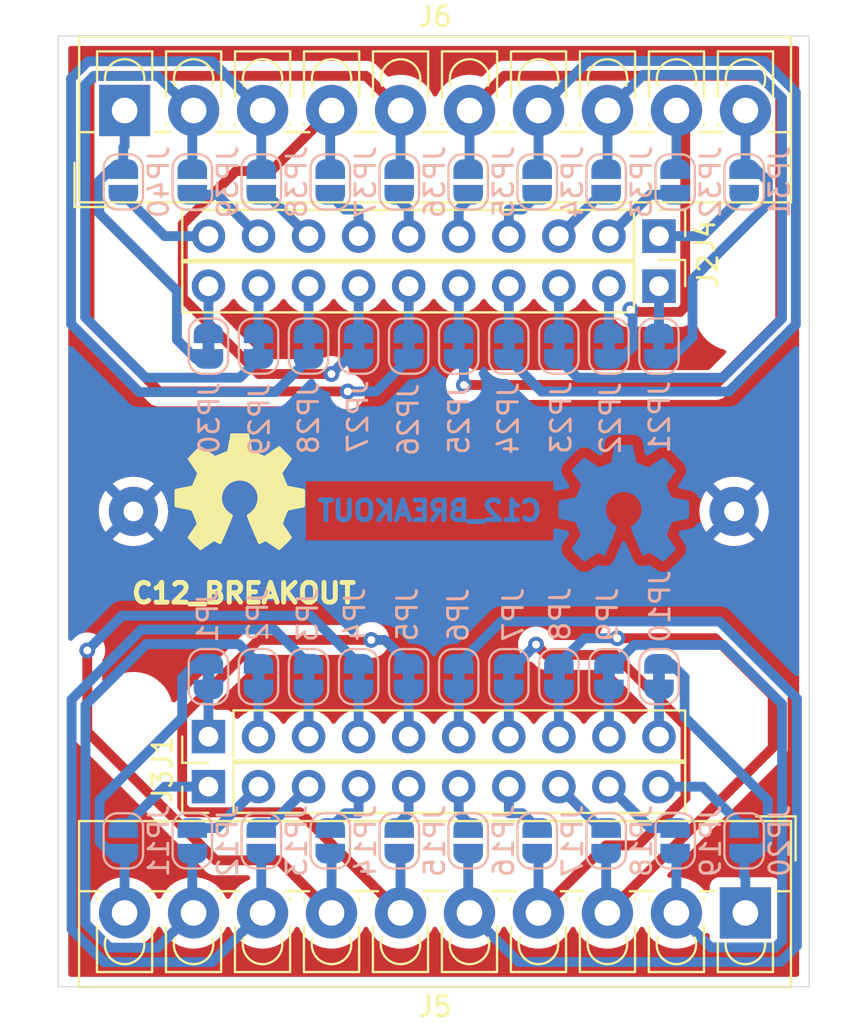
<source format=kicad_pcb>
(kicad_pcb (version 20211014) (generator pcbnew)
  (title_block (title "C12 Brekout") (company "Galopago"))
  (layers (0 "F.Cu" signal) (31 "B.Cu" signal) (34 "B.Paste" user) (35 "F.Paste" user) (36 "B.SilkS" user "B.Silkscreen") (37 "F.SilkS" user "F.Silkscreen") (38 "B.Mask" user) (39 "F.Mask" user) (44 "Edge.Cuts" user))
  (net 0 "")
  (net 1 "Net-(J4-Pad8)")
  (net 2 "Net-(J4-Pad7)")
  (net 3 "Net-(J4-Pad6)")
  (net 4 "Net-(J4-Pad5)")
  (net 5 "Net-(J4-Pad4)")
  (net 6 "Net-(J4-Pad3)")
  (net 7 "Net-(J4-Pad2)")
  (net 8 "Net-(J4-Pad1)")
  (net 9 "Net-(JP10-Pad1)")
  (net 10 "Net-(JP19-Pad1)")
  (net 11 "Net-(JP18-Pad1)")
  (net 12 "Net-(JP17-Pad1)")
  (net 13 "Net-(JP16-Pad1)")
  (net 14 "Net-(JP15-Pad1)")
  (net 15 "Net-(JP14-Pad1)")
  (net 16 "Net-(JP13-Pad1)")
  (net 17 "Net-(JP12-Pad1)")
  (net 18 "Net-(JP1-Pad1)")
  (net 19 "Net-(J4-Pad10)")
  (net 20 "Net-(J4-Pad9)")
  (net 21 "Net-(JP30-Pad2)")
  (net 22 "Net-(JP29-Pad2)")
  (net 23 "Net-(JP28-Pad2)")
  (net 24 "Net-(JP27-Pad2)")
  (net 25 "Net-(JP26-Pad2)")
  (net 26 "Net-(JP25-Pad2)")
  (net 27 "Net-(JP24-Pad2)")
  (net 28 "Net-(JP23-Pad2)")
  (net 29 "Net-(JP22-Pad2)")
  (net 30 "Net-(JP21-Pad2)")
  (net 31 "Net-(J2-Pad10)")
  (net 32 "Net-(J2-Pad9)")
  (net 33 "Net-(J2-Pad8)")
  (net 34 "Net-(J2-Pad7)")
  (net 35 "Net-(J2-Pad6)")
  (net 36 "Net-(J2-Pad5)")
  (net 37 "Net-(J2-Pad4)")
  (net 38 "Net-(J2-Pad3)")
  (net 39 "Net-(J2-Pad2)")
  (net 40 "Net-(J2-Pad1)")
  (net 41 "Net-(J1-Pad10)")
  (net 42 "Net-(J1-Pad9)")
  (net 43 "Net-(J1-Pad8)")
  (net 44 "Net-(J1-Pad7)")
  (net 45 "Net-(J1-Pad6)")
  (net 46 "Net-(J1-Pad5)")
  (net 47 "Net-(J1-Pad4)")
  (net 48 "Net-(J1-Pad3)")
  (net 49 "Net-(J1-Pad2)")
  (net 50 "Net-(J1-Pad1)")
  (net 51 "Net-(J10-Pad1)")
  (net 52 "Net-(J3-Pad10)")
  (net 53 "Net-(J3-Pad9)")
  (net 54 "Net-(J3-Pad8)")
  (net 55 "Net-(J3-Pad7)")
  (net 56 "Net-(J3-Pad6)")
  (net 57 "Net-(J3-Pad5)")
  (net 58 "Net-(J3-Pad4)")
  (net 59 "Net-(J3-Pad3)")
  (net 60 "Net-(J3-Pad2)")
  (net 61 "Net-(J3-Pad1)")
  (footprint "MountingHole:MountingHole_3mm" (layer "F.Cu") (at 23.81 33.97)
    (fp_text reference "HB0" hide)
    (fp_text value "MountingHole")
  )
  (footprint "MountingHole:MountingHole_3mm" (layer "F.Cu") (at 54.29 33.97)
    (fp_text reference "HB3" hide)
    (fp_text value "MountingHole")
  )
  (footprint "MountingHole:MountingHole_3mm" (layer "F.Cu") (at 23.81 54.29)
    (fp_text reference "HD0" hide)
    (fp_text value "MountingHole")
  )
  (footprint "MountingHole:MountingHole_3mm" (layer "F.Cu") (at 54.29 54.29)
    (fp_text reference "HD3" hide)
    (fp_text value "MountingHole")
  )
  (footprint "Connector_Wire:SolderWirePad_1x01_Drill1mm" (layer "F.Cu") (at 23.81 44.13)
    (fp_text reference "J10" hide)
    (fp_text value "Conn_01x01_Male")
  )
  (footprint "Connector_Wire:SolderWirePad_1x01_Drill1mm" (layer "F.Cu") (at 54.29 44.13)
    (fp_text reference "J11" hide)
    (fp_text value "Conn_01x01_Male")
  )
  (footprint "Symbol:OSHW-Symbol_6.7x6mm_SilkScreen" (layer "F.Cu") (at 29.19984 43.14952)
    (fp_text reference "REFS1**" hide)
    (fp_text value "OSHW-Symbol_6.7x6mm_SilkScreen" hide)
  )
  (footprint "Connector_PinHeader_2.54mm:PinHeader_1x10_P2.54mm_Vertical" (layer "F.Cu") (at 50.48 32.7 -90)
    (fp_text reference "J2")
    (fp_text value "Conn_01x10_Female")
  )
  (footprint "Connector_PinHeader_2.54mm:PinHeader_1x10_P2.54mm_Vertical" (layer "F.Cu") (at 27.62 55.56 90)
    (fp_text reference "J1")
    (fp_text value "Conn_01x10_Female")
  )
  (footprint "Connector_PinHeader_2.54mm:PinHeader_1x10_P2.54mm_Vertical" (layer "F.Cu") (at 27.62 58.1 90)
    (fp_text reference "J3")
    (fp_text value "Conn_01x10_Female")
  )
  (footprint "Connector_PinHeader_2.54mm:PinHeader_1x10_P2.54mm_Vertical" (layer "F.Cu") (at 50.48 30.16 -90)
    (fp_text reference "J4")
    (fp_text value "Conn_01x10_Female")
  )
  (footprint "TerminalBlock_4Ucon:TerminalBlock_4Ucon_1x10_P3.50mm_Vertical" (layer "F.Cu") (at 54.864 64.508 180)
    (fp_text reference "J5")
    (fp_text value "Conn_01x10_Female")
  )
  (footprint "TerminalBlock_4Ucon:TerminalBlock_4Ucon_1x10_P3.50mm_Vertical" (layer "F.Cu") (at 23.368 23.784)
    (fp_text reference "J6")
    (fp_text value "Conn_01x10_Female")
  )
  (footprint "Symbol:OSHW-Symbol_6.7x6mm_Copper" (layer "B.Cu") (at 48.70196 43.73372 180)
    (fp_text reference "REFS0**" hide)
    (fp_text value "OSHW-Symbol_6.7x6mm_Copper" hide)
  )
  (footprint "Jumper:SolderJumper-2_P1.3mm_Bridged_RoundedPad1.0x1.5mm" (layer "B.Cu") (at 27.62 52.517 -90)
    (fp_text reference "JP1")
    (fp_text value "SolderJumper_2_Bridged")
  )
  (footprint "Jumper:SolderJumper-2_P1.3mm_Bridged_RoundedPad1.0x1.5mm" (layer "B.Cu") (at 30.16 52.517 -90)
    (fp_text reference "JP2")
    (fp_text value "SolderJumper_2_Bridged")
  )
  (footprint "Jumper:SolderJumper-2_P1.3mm_Bridged_RoundedPad1.0x1.5mm" (layer "B.Cu") (at 32.7 52.517 -90)
    (fp_text reference "JP3")
    (fp_text value "SolderJumper_2_Bridged")
  )
  (footprint "Jumper:SolderJumper-2_P1.3mm_Bridged_RoundedPad1.0x1.5mm" (layer "B.Cu") (at 35.24 52.517 -90)
    (fp_text reference "JP4")
    (fp_text value "SolderJumper_2_Bridged")
  )
  (footprint "Jumper:SolderJumper-2_P1.3mm_Bridged_RoundedPad1.0x1.5mm" (layer "B.Cu") (at 37.78 52.517 -90)
    (fp_text reference "JP5")
    (fp_text value "SolderJumper_2_Bridged")
  )
  (footprint "Jumper:SolderJumper-2_P1.3mm_Bridged_RoundedPad1.0x1.5mm" (layer "B.Cu") (at 40.32 52.517 -90)
    (fp_text reference "JP6")
    (fp_text value "SolderJumper_2_Bridged")
  )
  (footprint "Jumper:SolderJumper-2_P1.3mm_Bridged_RoundedPad1.0x1.5mm" (layer "B.Cu") (at 42.86 52.517 -90)
    (fp_text reference "JP7")
    (fp_text value "SolderJumper_2_Bridged")
  )
  (footprint "Jumper:SolderJumper-2_P1.3mm_Bridged_RoundedPad1.0x1.5mm" (layer "B.Cu") (at 45.4 52.517 -90)
    (fp_text reference "JP8")
    (fp_text value "SolderJumper_2_Bridged")
  )
  (footprint "Jumper:SolderJumper-2_P1.3mm_Bridged_RoundedPad1.0x1.5mm" (layer "B.Cu") (at 47.94 52.517 -90)
    (fp_text reference "JP9")
    (fp_text value "SolderJumper_2_Bridged")
  )
  (footprint "Jumper:SolderJumper-2_P1.3mm_Bridged_RoundedPad1.0x1.5mm" (layer "B.Cu") (at 50.48 52.517 -90)
    (fp_text reference "JP10")
    (fp_text value "SolderJumper_2_Bridged")
  )
  (footprint "Jumper:SolderJumper-2_P1.3mm_Open_RoundedPad1.0x1.5mm" (layer "B.Cu") (at 23.3 60.85 90)
    (fp_text reference "JP11")
    (fp_text value "SolderJumper_2_Open")
  )
  (footprint "Jumper:SolderJumper-2_P1.3mm_Open_RoundedPad1.0x1.5mm" (layer "B.Cu") (at 26.8 60.85 90)
    (fp_text reference "JP12")
    (fp_text value "SolderJumper_2_Open")
  )
  (footprint "Jumper:SolderJumper-2_P1.3mm_Open_RoundedPad1.0x1.5mm" (layer "B.Cu") (at 30.3 60.85 90)
    (fp_text reference "JP13")
    (fp_text value "SolderJumper_2_Open")
  )
  (footprint "Jumper:SolderJumper-2_P1.3mm_Open_RoundedPad1.0x1.5mm" (layer "B.Cu") (at 33.8 60.85 90)
    (fp_text reference "JP14")
    (fp_text value "SolderJumper_2_Open")
  )
  (footprint "Jumper:SolderJumper-2_P1.3mm_Open_RoundedPad1.0x1.5mm" (layer "B.Cu") (at 37.3 60.85 90)
    (fp_text reference "JP15")
    (fp_text value "SolderJumper_2_Open")
  )
  (footprint "Jumper:SolderJumper-2_P1.3mm_Open_RoundedPad1.0x1.5mm" (layer "B.Cu") (at 40.8 60.85 90)
    (fp_text reference "JP16")
    (fp_text value "SolderJumper_2_Open")
  )
  (footprint "Jumper:SolderJumper-2_P1.3mm_Open_RoundedPad1.0x1.5mm" (layer "B.Cu") (at 44.3 60.85 90)
    (fp_text reference "JP17")
    (fp_text value "SolderJumper_2_Open")
  )
  (footprint "Jumper:SolderJumper-2_P1.3mm_Open_RoundedPad1.0x1.5mm" (layer "B.Cu") (at 47.8 60.85 90)
    (fp_text reference "JP18")
    (fp_text value "SolderJumper_2_Open")
  )
  (footprint "Jumper:SolderJumper-2_P1.3mm_Open_RoundedPad1.0x1.5mm" (layer "B.Cu") (at 51.3 60.85 90)
    (fp_text reference "JP19")
    (fp_text value "SolderJumper_2_Open")
  )
  (footprint "Jumper:SolderJumper-2_P1.3mm_Open_RoundedPad1.0x1.5mm" (layer "B.Cu") (at 54.8 60.85 90)
    (fp_text reference "JP20")
    (fp_text value "SolderJumper_2_Open")
  )
  (footprint "Jumper:SolderJumper-2_P1.3mm_Bridged_RoundedPad1.0x1.5mm" (layer "B.Cu") (at 50.48 35.743 -90)
    (fp_text reference "JP21")
    (fp_text value "SolderJumper_2_Bridged")
  )
  (footprint "Jumper:SolderJumper-2_P1.3mm_Bridged_RoundedPad1.0x1.5mm" (layer "B.Cu") (at 47.94 35.743 -90)
    (fp_text reference "JP22")
    (fp_text value "SolderJumper_2_Bridged")
  )
  (footprint "Jumper:SolderJumper-2_P1.3mm_Bridged_RoundedPad1.0x1.5mm" (layer "B.Cu") (at 45.4 35.743 -90)
    (fp_text reference "JP23")
    (fp_text value "SolderJumper_2_Bridged")
  )
  (footprint "Jumper:SolderJumper-2_P1.3mm_Bridged_RoundedPad1.0x1.5mm" (layer "B.Cu") (at 42.86 35.743 -90)
    (fp_text reference "JP24")
    (fp_text value "SolderJumper_2_Bridged")
  )
  (footprint "Jumper:SolderJumper-2_P1.3mm_Bridged_RoundedPad1.0x1.5mm" (layer "B.Cu") (at 40.32 35.743 -90)
    (fp_text reference "JP25")
    (fp_text value "SolderJumper_2_Bridged")
  )
  (footprint "Jumper:SolderJumper-2_P1.3mm_Bridged_RoundedPad1.0x1.5mm" (layer "B.Cu") (at 37.78 35.743 -90)
    (fp_text reference "JP26")
    (fp_text value "SolderJumper_2_Bridged")
  )
  (footprint "Jumper:SolderJumper-2_P1.3mm_Bridged_RoundedPad1.0x1.5mm" (layer "B.Cu") (at 35.24 35.743 -90)
    (fp_text reference "JP27")
    (fp_text value "SolderJumper_2_Bridged")
  )
  (footprint "Jumper:SolderJumper-2_P1.3mm_Bridged_RoundedPad1.0x1.5mm" (layer "B.Cu") (at 32.7 35.743 -90)
    (fp_text reference "JP28")
    (fp_text value "SolderJumper_2_Bridged")
  )
  (footprint "Jumper:SolderJumper-2_P1.3mm_Bridged_RoundedPad1.0x1.5mm" (layer "B.Cu") (at 30.16 35.743 -90)
    (fp_text reference "JP29")
    (fp_text value "SolderJumper_2_Bridged")
  )
  (footprint "Jumper:SolderJumper-2_P1.3mm_Bridged_RoundedPad1.0x1.5mm" (layer "B.Cu") (at 27.62 35.743 -90)
    (fp_text reference "JP30")
    (fp_text value "SolderJumper_2_Bridged")
  )
  (footprint "Jumper:SolderJumper-2_P1.3mm_Open_RoundedPad1.0x1.5mm" (layer "B.Cu") (at 54.8 27.41 90)
    (fp_text reference "JP31")
    (fp_text value "SolderJumper_2_Open")
  )
  (footprint "Jumper:SolderJumper-2_P1.3mm_Open_RoundedPad1.0x1.5mm" (layer "B.Cu") (at 51.3 27.41 90)
    (fp_text reference "JP32")
    (fp_text value "SolderJumper_2_Open")
  )
  (footprint "Jumper:SolderJumper-2_P1.3mm_Open_RoundedPad1.0x1.5mm" (layer "B.Cu") (at 47.8 27.41 90)
    (fp_text reference "JP33")
    (fp_text value "SolderJumper_2_Open")
  )
  (footprint "Jumper:SolderJumper-2_P1.3mm_Open_RoundedPad1.0x1.5mm" (layer "B.Cu") (at 44.3 27.41 90)
    (fp_text reference "JP34")
    (fp_text value "SolderJumper_2_Open")
  )
  (footprint "Jumper:SolderJumper-2_P1.3mm_Open_RoundedPad1.0x1.5mm" (layer "B.Cu") (at 40.8 27.41 90)
    (fp_text reference "JP35")
    (fp_text value "SolderJumper_2_Open")
  )
  (footprint "Jumper:SolderJumper-2_P1.3mm_Open_RoundedPad1.0x1.5mm" (layer "B.Cu") (at 37.3 27.41 90)
    (fp_text reference "JP36")
    (fp_text value "SolderJumper_2_Open")
  )
  (footprint "Jumper:SolderJumper-2_P1.3mm_Open_RoundedPad1.0x1.5mm" (layer "B.Cu") (at 33.8 27.41 90)
    (fp_text reference "JP37")
    (fp_text value "SolderJumper_2_Open")
  )
  (footprint "Jumper:SolderJumper-2_P1.3mm_Open_RoundedPad1.0x1.5mm" (layer "B.Cu") (at 30.3 27.41 90)
    (fp_text reference "JP38")
    (fp_text value "SolderJumper_2_Open")
  )
  (footprint "Jumper:SolderJumper-2_P1.3mm_Open_RoundedPad1.0x1.5mm" (layer "B.Cu") (at 26.8 27.41 90)
    (fp_text reference "JP39")
    (fp_text value "SolderJumper_2_Open")
  )
  (footprint "Jumper:SolderJumper-2_P1.3mm_Open_RoundedPad1.0x1.5mm" (layer "B.Cu") (at 23.3 27.41 90)
    (fp_text reference "JP40")
    (fp_text value "SolderJumper_2_Open")
  )
  (gr_line (start 20 20) (end 20 68.26) (layer "Edge.Cuts") (width 0.05))
  (gr_line (start 20 20) (end 58.1 20) (layer "Edge.Cuts") (width 0.05))
  (gr_line (start 58.1 20) (end 58.1 68.26) (layer "Edge.Cuts") (width 0.05))
  (gr_line (start 20 68.26) (end 58.1 68.26) (layer "Edge.Cuts") (width 0.05))
  (gr_text "C12_BREAKOUT" (at 38.84168 44.09948) (layer "B.Cu") (effects (font (size 1 1) (thickness 0.25)) (justify mirror)))
  (gr_text "C12_BREAKOUT" (at 29.4132 48.2854) (layer "F.SilkS") (effects (font (size 1 1) (thickness 0.25))))
  (segment (start 30.6 28.06) (end 30.3 28.06) (width 0.5) (layer "B.Cu") (net 1))
  (segment (start 32.7 30.16) (end 30.6 28.06) (width 0.5) (layer "B.Cu") (net 1))
  (segment (start 34.55 28.81) (end 33.8 28.06) (width 0.5) (layer "B.Cu") (net 2))
  (segment (start 35.24 30.16) (end 35.24 28.81) (width 0.5) (layer "B.Cu") (net 2))
  (segment (start 35.24 28.81) (end 34.55 28.81) (width 0.5) (layer "B.Cu") (net 2))
  (segment (start 37.78 28.81) (end 37.3 28.33) (width 0.5) (layer "B.Cu") (net 3))
  (segment (start 37.78 30.16) (end 37.78 28.81) (width 0.5) (layer "B.Cu") (net 3))
  (segment (start 37.3 28.33) (end 37.3 28.06) (width 0.5) (layer "B.Cu") (net 3))
  (segment (start 40.32 28.81) (end 40.8 28.33) (width 0.5) (layer "B.Cu") (net 4))
  (segment (start 40.32 30.16) (end 40.32 28.81) (width 0.5) (layer "B.Cu") (net 4))
  (segment (start 40.8 28.33) (end 40.8 28.06) (width 0.5) (layer "B.Cu") (net 4))
  (segment (start 43.55 28.81) (end 44.3 28.06) (width 0.5) (layer "B.Cu") (net 5))
  (segment (start 42.86 30.16) (end 42.86 28.81) (width 0.5) (layer "B.Cu") (net 5))
  (segment (start 42.86 28.81) (end 43.55 28.81) (width 0.5) (layer "B.Cu") (net 5))
  (segment (start 47.5 28.06) (end 47.8 28.06) (width 0.5) (layer "B.Cu") (net 6))
  (segment (start 45.4 30.16) (end 47.5 28.06) (width 0.5) (layer "B.Cu") (net 6))
  (segment (start 47.94 30.16) (end 50.04 28.06) (width 0.5) (layer "B.Cu") (net 7))
  (segment (start 50.04 28.06) (end 51.3 28.06) (width 0.5) (layer "B.Cu") (net 7))
  (segment (start 52.7 30.16) (end 50.48 30.16) (width 0.5) (layer "B.Cu") (net 8))
  (segment (start 54.8 28.06) (end 52.7 30.16) (width 0.5) (layer "B.Cu") (net 8))
  (segment (start 54.864 64.508) (end 54.864 62.708) (width 0.5) (layer "B.Cu") (net 9))
  (segment (start 55.4688 61.5) (end 54.8 61.5) (width 0.5) (layer "B.Cu") (net 9))
  (segment (start 51.7804 54.5683) (end 56.0016 58.7895) (width 0.5) (layer "B.Cu") (net 9))
  (segment (start 50.48 51.867) (end 51.1011 51.867) (width 0.5) (layer "B.Cu") (net 9))
  (segment (start 56.0016 60.9672) (end 55.4688 61.5) (width 0.5) (layer "B.Cu") (net 9))
  (segment (start 56.0016 58.7895) (end 56.0016 60.9672) (width 0.5) (layer "B.Cu") (net 9))
  (segment (start 51.7804 52.5463) (end 51.7804 54.5683) (width 0.5) (layer "B.Cu") (net 9))
  (segment (start 54.8 62.644) (end 54.8 61.5) (width 0.5) (layer "B.Cu") (net 9))
  (segment (start 51.1011 51.867) (end 51.7804 52.5463) (width 0.5) (layer "B.Cu") (net 9))
  (segment (start 54.864 62.708) (end 54.8 62.644) (width 0.5) (layer "B.Cu") (net 9))
  (segment (start 56.3767 66.2584) (end 53.1144 66.2584) (width 0.5) (layer "B.Cu") (net 10))
  (segment (start 53.1144 66.2584) (end 51.364 64.508) (width 0.5) (layer "B.Cu") (net 10))
  (segment (start 56.7253 65.9098) (end 56.3767 66.2584) (width 0.5) (layer "B.Cu") (net 10))
  (segment (start 51.364 61.564) (end 51.364 64.508) (width 0.5) (layer "B.Cu") (net 10))
  (segment (start 49.2215 50.9086) (end 53.7224 50.9086) (width 0.5) (layer "B.Cu") (net 10))
  (segment (start 53.7224 50.9086) (end 56.7253 53.9115) (width 0.5) (layer "B.Cu") (net 10))
  (segment (start 48.2631 51.867) (end 49.2215 50.9086) (width 0.5) (layer "B.Cu") (net 10))
  (segment (start 51.3 61.5) (end 51.364 61.564) (width 0.5) (layer "B.Cu") (net 10))
  (segment (start 47.94 51.867) (end 48.2631 51.867) (width 0.5) (layer "B.Cu") (net 10))
  (segment (start 56.7253 53.9115) (end 56.7253 65.9098) (width 0.5) (layer "B.Cu") (net 10))
  (segment (start 56.2498 56.1222) (end 47.864 64.508) (width 0.5) (layer "F.Cu") (net 11))
  (segment (start 53.3304 50.5665) (end 56.2498 53.4859) (width 0.5) (layer "F.Cu") (net 11))
  (segment (start 56.2498 53.4859) (end 56.2498 56.1222) (width 0.5) (layer "F.Cu") (net 11))
  (segment (start 48.361 50.5665) (end 53.3304 50.5665) (width 0.5) (layer "F.Cu") (net 11))
  (via (at 48.361 50.5665) (size 0.8) (drill 0.4) (layers "F.Cu" "B.Cu") (net 11))
  (segment (start 47.8 64.444) (end 47.8 61.5) (width 0.5) (layer "B.Cu") (net 11))
  (segment (start 47.864 64.508) (end 47.8 64.444) (width 0.5) (layer "B.Cu") (net 11))
  (segment (start 46.7005 50.5665) (end 48.361 50.5665) (width 0.5) (layer "B.Cu") (net 11))
  (segment (start 45.4 51.867) (end 46.7005 50.5665) (width 0.5) (layer "B.Cu") (net 11))
  (segment (start 49.4115 61.079) (end 47.793 61.079) (width 0.5) (layer "F.Cu") (net 12))
  (segment (start 44.7678 51.4168) (end 48.2362 51.4168) (width 0.5) (layer "F.Cu") (net 12))
  (segment (start 51.8255 58.665) (end 49.4115 61.079) (width 0.5) (layer "F.Cu") (net 12))
  (segment (start 48.2362 51.4168) (end 51.8255 55.0061) (width 0.5) (layer "F.Cu") (net 12))
  (segment (start 47.793 61.079) (end 44.364 64.508) (width 0.5) (layer "F.Cu") (net 12))
  (segment (start 44.2407 50.8897) (end 44.7678 51.4168) (width 0.5) (layer "F.Cu") (net 12))
  (segment (start 51.8255 55.0061) (end 51.8255 58.665) (width 0.5) (layer "F.Cu") (net 12))
  (via (at 44.2407 50.8897) (size 0.8) (drill 0.4) (layers "F.Cu" "B.Cu") (net 12))
  (segment (start 42.86 51.867) (end 43.2634 51.867) (width 0.5) (layer "B.Cu") (net 12))
  (segment (start 43.2634 51.867) (end 44.2407 50.8897) (width 0.5) (layer "B.Cu") (net 12))
  (segment (start 44.3 61.5) (end 44.364 61.564) (width 0.5) (layer "B.Cu") (net 12))
  (segment (start 44.364 61.564) (end 44.364 64.508) (width 0.5) (layer "B.Cu") (net 12))
  (segment (start 40.864 64.508) (end 43.3562 67.0002) (width 0.5) (layer "B.Cu") (net 13))
  (segment (start 53.5611 49.7162) (end 42.4708 49.7162) (width 0.5) (layer "B.Cu") (net 13))
  (segment (start 42.4708 49.7162) (end 40.32 51.867) (width 0.5) (layer "B.Cu") (net 13))
  (segment (start 40.8 64.444) (end 40.864 64.508) (width 0.5) (layer "B.Cu") (net 13))
  (segment (start 57.4765 66.1707) (end 57.4765 53.6316) (width 0.5) (layer "B.Cu") (net 13))
  (segment (start 40.8 61.5) (end 40.8 64.444) (width 0.5) (layer "B.Cu") (net 13))
  (segment (start 43.3562 67.0002) (end 56.647 67.0002) (width 0.5) (layer "B.Cu") (net 13))
  (segment (start 56.647 67.0002) (end 57.4765 66.1707) (width 0.5) (layer "B.Cu") (net 13))
  (segment (start 57.4765 53.6316) (end 53.5611 49.7162) (width 0.5) (layer "B.Cu") (net 13))
  (segment (start 32.2564 59.4004) (end 37.364 64.508) (width 0.5) (layer "F.Cu") (net 14))
  (segment (start 35.8798 50.6545) (end 30.1615 50.6545) (width 0.5) (layer "F.Cu") (net 14))
  (segment (start 26.5755 59.4004) (end 32.2564 59.4004) (width 0.5) (layer "F.Cu") (net 14))
  (segment (start 30.1615 50.6545) (end 26.2877 54.5283) (width 0.5) (layer "F.Cu") (net 14))
  (segment (start 26.2877 54.5283) (end 26.2877 59.1126) (width 0.5) (layer "F.Cu") (net 14))
  (segment (start 26.2877 59.1126) (end 26.5755 59.4004) (width 0.5) (layer "F.Cu") (net 14))
  (via (at 35.8798 50.6545) (size 0.8) (drill 0.4) (layers "F.Cu" "B.Cu") (net 14))
  (segment (start 37.3 61.5) (end 37.364 61.564) (width 0.5) (layer "B.Cu") (net 14))
  (segment (start 37.78 51.867) (end 36.5676 50.6546) (width 0.5) (layer "B.Cu") (net 14))
  (segment (start 36.5676 50.6546) (end 35.8798 50.6546) (width 0.5) (layer "B.Cu") (net 14))
  (segment (start 35.8798 50.6546) (end 35.8798 50.6545) (width 0.5) (layer "B.Cu") (net 14))
  (segment (start 37.364 61.564) (end 37.364 64.508) (width 0.5) (layer "B.Cu") (net 14))
  (segment (start 21.4717 55.3127) (end 27.9982 61.8392) (width 0.5) (layer "F.Cu") (net 15))
  (segment (start 31.1952 61.8392) (end 33.864 64.508) (width 0.5) (layer "F.Cu") (net 15))
  (segment (start 21.4717 51.187) (end 21.4717 55.3127) (width 0.5) (layer "F.Cu") (net 15))
  (segment (start 27.9982 61.8392) (end 31.1952 61.8392) (width 0.5) (layer "F.Cu") (net 15))
  (via (at 21.4717 51.187) (size 0.8) (drill 0.4) (layers "F.Cu" "B.Cu") (net 15))
  (segment (start 35.24 51.867) (end 32.799 49.426) (width 0.5) (layer "B.Cu") (net 15))
  (segment (start 32.799 49.426) (end 23.2327 49.426) (width 0.5) (layer "B.Cu") (net 15))
  (segment (start 33.864 61.564) (end 33.864 64.508) (width 0.5) (layer "B.Cu") (net 15))
  (segment (start 23.2327 49.426) (end 21.4717 51.187) (width 0.5) (layer "B.Cu") (net 15))
  (segment (start 33.8 61.5) (end 33.864 61.564) (width 0.5) (layer "B.Cu") (net 15))
  (segment (start 30.3 64.508) (end 30.364 64.508) (width 0.5) (layer "B.Cu") (net 16))
  (segment (start 20.6767 65.3451) (end 22.3358 67.0042) (width 0.5) (layer "B.Cu") (net 16))
  (segment (start 22.3358 67.0042) (end 27.8038 67.0042) (width 0.5) (layer "B.Cu") (net 16))
  (segment (start 32.7 51.867) (end 30.9607 50.1277) (width 0.5) (layer "B.Cu") (net 16))
  (segment (start 30.9607 50.1277) (end 24.2185 50.1277) (width 0.5) (layer "B.Cu") (net 16))
  (segment (start 27.8038 67.0042) (end 30.3 64.508) (width 0.5) (layer "B.Cu") (net 16))
  (segment (start 24.2185 50.1277) (end 20.6767 53.6695) (width 0.5) (layer "B.Cu") (net 16))
  (segment (start 30.3 64.508) (end 30.3 61.5) (width 0.5) (layer "B.Cu") (net 16))
  (segment (start 20.6767 53.6695) (end 20.6767 65.3451) (width 0.5) (layer "B.Cu") (net 16))
  (segment (start 22.6055 66.272) (end 25.036 66.272) (width 0.5) (layer "B.Cu") (net 17))
  (segment (start 29.1586 50.8656) (end 24.4711 50.8656) (width 0.5) (layer "B.Cu") (net 17))
  (segment (start 21.3784 65.0449) (end 22.6055 66.272) (width 0.5) (layer "B.Cu") (net 17))
  (segment (start 26.8 64.508) (end 26.864 64.508) (width 0.5) (layer "B.Cu") (net 17))
  (segment (start 30.16 51.867) (end 29.1586 50.8656) (width 0.5) (layer "B.Cu") (net 17))
  (segment (start 21.3784 53.9583) (end 21.3784 65.0449) (width 0.5) (layer "B.Cu") (net 17))
  (segment (start 26.8 64.508) (end 26.8 61.5) (width 0.5) (layer "B.Cu") (net 17))
  (segment (start 24.4711 50.8656) (end 21.3784 53.9583) (width 0.5) (layer "B.Cu") (net 17))
  (segment (start 25.036 66.272) (end 26.8 64.508) (width 0.5) (layer "B.Cu") (net 17))
  (segment (start 26.2877 54.59) (end 22.0952 58.7825) (width 0.5) (layer "B.Cu") (net 18))
  (segment (start 26.9903 51.867) (end 26.2877 52.5696) (width 0.5) (layer "B.Cu") (net 18))
  (segment (start 23.364 61.564) (end 23.3 61.5) (width 0.5) (layer "B.Cu") (net 18))
  (segment (start 22.0952 58.7825) (end 22.0952 60.8902) (width 0.5) (layer "B.Cu") (net 18))
  (segment (start 27.62 51.867) (end 26.9903 51.867) (width 0.5) (layer "B.Cu") (net 18))
  (segment (start 26.2877 52.5696) (end 26.2877 54.59) (width 0.5) (layer "B.Cu") (net 18))
  (segment (start 22.705 61.5) (end 23.3 61.5) (width 0.5) (layer "B.Cu") (net 18))
  (segment (start 23.364 64.508) (end 23.364 61.564) (width 0.5) (layer "B.Cu") (net 18))
  (segment (start 22.0952 60.8902) (end 22.705 61.5) (width 0.5) (layer "B.Cu") (net 18))
  (segment (start 25.4 30.16) (end 23.3 28.06) (width 0.5) (layer "B.Cu") (net 19))
  (segment (start 27.62 30.16) (end 25.4 30.16) (width 0.5) (layer "B.Cu") (net 19))
  (segment (start 28.06 28.06) (end 26.8 28.06) (width 0.5) (layer "B.Cu") (net 20))
  (segment (start 30.16 30.16) (end 28.06 28.06) (width 0.5) (layer "B.Cu") (net 20))
  (segment (start 23.3 26.76) (end 23.3 25.652) (width 0.5) (layer "B.Cu") (net 21))
  (segment (start 26.9948 36.393) (end 27.62 36.393) (width 0.5) (layer "B.Cu") (net 21))
  (segment (start 22.0809 29) (end 26.0201 32.9392) (width 0.5) (layer "B.Cu") (net 21))
  (segment (start 23.3 26.76) (end 22.6772 26.76) (width 0.5) (layer "B.Cu") (net 21))
  (segment (start 23.368 23.784) (end 23.368 25.584) (width 0.5) (layer "B.Cu") (net 21))
  (segment (start 22.0809 27.3563) (end 22.0809 29) (width 0.5) (layer "B.Cu") (net 21))
  (segment (start 23.3 25.652) (end 23.368 25.584) (width 0.5) (layer "B.Cu") (net 21))
  (segment (start 22.6772 26.76) (end 22.0809 27.3563) (width 0.5) (layer "B.Cu") (net 21))
  (segment (start 26.0201 35.4183) (end 26.9948 36.393) (width 0.5) (layer "B.Cu") (net 21))
  (segment (start 26.0201 32.9392) (end 26.0201 35.4183) (width 0.5) (layer "B.Cu") (net 21))
  (segment (start 21.3633 22.4723) (end 21.802 22.0336) (width 0.5) (layer "B.Cu") (net 22))
  (segment (start 24.4252 37.3444) (end 21.3633 34.2825) (width 0.5) (layer "B.Cu") (net 22))
  (segment (start 30.16 36.393) (end 29.2086 37.3444) (width 0.5) (layer "B.Cu") (net 22))
  (segment (start 21.3633 34.2825) (end 21.3633 22.4723) (width 0.5) (layer "B.Cu") (net 22))
  (segment (start 25.0496 22.0336) (end 26.8 23.784) (width 0.5) (layer "B.Cu") (net 22))
  (segment (start 26.8 23.784) (end 26.868 23.784) (width 0.5) (layer "B.Cu") (net 22))
  (segment (start 26.8 23.784) (end 26.8 26.76) (width 0.5) (layer "B.Cu") (net 22))
  (segment (start 21.802 22.0336) (end 25.0496 22.0336) (width 0.5) (layer "B.Cu") (net 22))
  (segment (start 29.2086 37.3444) (end 24.4252 37.3444) (width 0.5) (layer "B.Cu") (net 22))
  (segment (start 32.7 36.393) (end 31.0172 38.0758) (width 0.5) (layer "B.Cu") (net 23))
  (segment (start 21.513 21.2872) (end 27.8032 21.2872) (width 0.5) (layer "B.Cu") (net 23))
  (segment (start 20.6491 34.6127) (end 20.6491 22.1511) (width 0.5) (layer "B.Cu") (net 23))
  (segment (start 27.8032 21.2872) (end 30.3 23.784) (width 0.5) (layer "B.Cu") (net 23))
  (segment (start 30.3 23.784) (end 30.368 23.784) (width 0.5) (layer "B.Cu") (net 23))
  (segment (start 24.1122 38.0758) (end 20.6491 34.6127) (width 0.5) (layer "B.Cu") (net 23))
  (segment (start 20.6491 22.1511) (end 21.513 21.2872) (width 0.5) (layer "B.Cu") (net 23))
  (segment (start 31.0172 38.0758) (end 24.1122 38.0758) (width 0.5) (layer "B.Cu") (net 23))
  (segment (start 30.3 23.784) (end 30.3 26.76) (width 0.5) (layer "B.Cu") (net 23))
  (segment (start 26.3155 29.5577) (end 29.0189 26.8543) (width 0.5) (layer "F.Cu") (net 24))
  (segment (start 33.859 37.1566) (end 30.1773 37.1566) (width 0.5) (layer "F.Cu") (net 24))
  (segment (start 26.3155 33.2948) (end 26.3155 29.5577) (width 0.5) (layer "F.Cu") (net 24))
  (segment (start 30.7977 26.8543) (end 33.868 23.784) (width 0.5) (layer "F.Cu") (net 24))
  (segment (start 29.0189 26.8543) (end 30.7977 26.8543) (width 0.5) (layer "F.Cu") (net 24))
  (segment (start 30.1773 37.1566) (end 26.3155 33.2948) (width 0.5) (layer "F.Cu") (net 24))
  (via (at 33.859 37.1566) (size 0.8) (drill 0.4) (layers "F.Cu" "B.Cu") (net 24))
  (segment (start 33.8 26.76) (end 33.8 23.852) (width 0.5) (layer "B.Cu") (net 24))
  (segment (start 34.6226 36.393) (end 33.859 37.1566) (width 0.5) (layer "B.Cu") (net 24))
  (segment (start 35.24 36.393) (end 34.6226 36.393) (width 0.5) (layer "B.Cu") (net 24))
  (segment (start 33.8 23.852) (end 33.868 23.784) (width 0.5) (layer "B.Cu") (net 24))
  (segment (start 21.8629 22.0263) (end 35.6103 22.0263) (width 0.5) (layer "F.Cu") (net 25))
  (segment (start 25.1227 38.0422) (end 21.5859 34.5054) (width 0.5) (layer "F.Cu") (net 25))
  (segment (start 35.6103 22.0263) (end 37.368 23.784) (width 0.5) (layer "F.Cu") (net 25))
  (segment (start 21.5859 34.5054) (end 21.5859 22.3033) (width 0.5) (layer "F.Cu") (net 25))
  (segment (start 34.6833 38.0422) (end 25.1227 38.0422) (width 0.5) (layer "F.Cu") (net 25))
  (segment (start 21.5859 22.3033) (end 21.8629 22.0263) (width 0.5) (layer "F.Cu") (net 25))
  (via (at 34.6833 38.0422) (size 0.8) (drill 0.4) (layers "F.Cu" "B.Cu") (net 25))
  (segment (start 36.1308 38.0422) (end 34.6833 38.0422) (width 0.5) (layer "B.Cu") (net 25))
  (segment (start 37.3 26.76) (end 37.368 26.692) (width 0.5) (layer "B.Cu") (net 25))
  (segment (start 37.368 26.692) (end 37.368 23.784) (width 0.5) (layer "B.Cu") (net 25))
  (segment (start 37.78 36.393) (end 36.1308 38.0422) (width 0.5) (layer "B.Cu") (net 25))
  (segment (start 55.5877 22.021) (end 42.631 22.021) (width 0.5) (layer "F.Cu") (net 26))
  (segment (start 42.631 22.021) (end 40.868 23.784) (width 0.5) (layer "F.Cu") (net 26))
  (segment (start 56.631 23.0643) (end 55.5877 22.021) (width 0.5) (layer "F.Cu") (net 26))
  (segment (start 40.58 37.7157) (end 53.3333 37.7157) (width 0.5) (layer "F.Cu") (net 26))
  (segment (start 53.3333 37.7157) (end 56.631 34.418) (width 0.5) (layer "F.Cu") (net 26))
  (segment (start 56.631 34.418) (end 56.631 23.0643) (width 0.5) (layer "F.Cu") (net 26))
  (via (at 40.58 37.7157) (size 0.8) (drill 0.4) (layers "F.Cu" "B.Cu") (net 26))
  (segment (start 40.58 36.653) (end 40.58 37.7157) (width 0.5) (layer "B.Cu") (net 26))
  (segment (start 40.868 26.692) (end 40.868 23.784) (width 0.5) (layer "B.Cu") (net 26))
  (segment (start 40.8 26.76) (end 40.868 26.692) (width 0.5) (layer "B.Cu") (net 26))
  (segment (start 40.32 36.393) (end 40.58 36.653) (width 0.5) (layer "B.Cu") (net 26))
  (segment (start 57.4226 22.863) (end 55.8323 21.2727) (width 0.5) (layer "B.Cu") (net 27))
  (segment (start 46.8793 21.2727) (end 44.368 23.784) (width 0.5) (layer "B.Cu") (net 27))
  (segment (start 57.4226 34.642) (end 57.4226 22.863) (width 0.5) (layer "B.Cu") (net 27))
  (segment (start 42.86 36.393) (end 44.5167 38.0497) (width 0.5) (layer "B.Cu") (net 27))
  (segment (start 54.0149 38.0497) (end 57.4226 34.642) (width 0.5) (layer "B.Cu") (net 27))
  (segment (start 44.3 26.76) (end 44.368 26.692) (width 0.5) (layer "B.Cu") (net 27))
  (segment (start 44.368 26.692) (end 44.368 23.784) (width 0.5) (layer "B.Cu") (net 27))
  (segment (start 44.5167 38.0497) (end 54.0149 38.0497) (width 0.5) (layer "B.Cu") (net 27))
  (segment (start 55.8323 21.2727) (end 46.8793 21.2727) (width 0.5) (layer "B.Cu") (net 27))
  (segment (start 47.8 26.76) (end 47.868 26.692) (width 0.5) (layer "B.Cu") (net 28))
  (segment (start 56.7222 23.1531) (end 55.5422 21.9731) (width 0.5) (layer "B.Cu") (net 28))
  (segment (start 46.3536 37.3466) (end 53.7164 37.3466) (width 0.5) (layer "B.Cu") (net 28))
  (segment (start 55.5422 21.9731) (end 49.6789 21.9731) (width 0.5) (layer "B.Cu") (net 28))
  (segment (start 53.7164 37.3466) (end 56.7222 34.3408) (width 0.5) (layer "B.Cu") (net 28))
  (segment (start 45.4 36.393) (end 46.3536 37.3466) (width 0.5) (layer "B.Cu") (net 28))
  (segment (start 47.868 26.692) (end 47.868 23.784) (width 0.5) (layer "B.Cu") (net 28))
  (segment (start 49.6789 21.9731) (end 47.868 23.784) (width 0.5) (layer "B.Cu") (net 28))
  (segment (start 56.7222 34.3408) (end 56.7222 23.1531) (width 0.5) (layer "B.Cu") (net 28))
  (segment (start 49.1455 34.007) (end 51.5503 34.007) (width 0.5) (layer "F.Cu") (net 29))
  (segment (start 51.8123 33.745) (end 51.8123 24.2283) (width 0.5) (layer "F.Cu") (net 29))
  (segment (start 51.8123 24.2283) (end 51.368 23.784) (width 0.5) (layer "F.Cu") (net 29))
  (segment (start 51.5503 34.007) (end 51.8123 33.745) (width 0.5) (layer "F.Cu") (net 29))
  (segment (start 49.0233 33.8848) (end 49.1455 34.007) (width 0.5) (layer "F.Cu") (net 29))
  (via (at 49.0233 33.8848) (size 0.8) (drill 0.4) (layers "F.Cu" "B.Cu") (net 29))
  (segment (start 47.94 36.393) (end 48.5269 36.393) (width 0.5) (layer "B.Cu") (net 29))
  (segment (start 48.5269 36.393) (end 49.1404 35.7795) (width 0.5) (layer "B.Cu") (net 29))
  (segment (start 49.1404 34.0019) (end 49.0233 33.8848) (width 0.5) (layer "B.Cu") (net 29))
  (segment (start 49.1404 35.7795) (end 49.1404 34.0019) (width 0.5) (layer "B.Cu") (net 29))
  (segment (start 51.3 26.76) (end 51.368 26.692) (width 0.5) (layer "B.Cu") (net 29))
  (segment (start 51.368 26.692) (end 51.368 23.784) (width 0.5) (layer "B.Cu") (net 29))
  (segment (start 56.0061 27.3722) (end 56.0061 28.5198) (width 0.5) (layer "B.Cu") (net 30))
  (segment (start 56.0061 28.5198) (end 52.1803 32.3456) (width 0.5) (layer "B.Cu") (net 30))
  (segment (start 51.071 36.393) (end 50.48 36.393) (width 0.5) (layer "B.Cu") (net 30))
  (segment (start 54.868 26.692) (end 54.868 23.784) (width 0.5) (layer "B.Cu") (net 30))
  (segment (start 54.868 26.692) (end 55.3259 26.692) (width 0.5) (layer "B.Cu") (net 30))
  (segment (start 55.3259 26.692) (end 56.0061 27.3722) (width 0.5) (layer "B.Cu") (net 30))
  (segment (start 52.1803 32.3456) (end 52.1803 35.2837) (width 0.5) (layer "B.Cu") (net 30))
  (segment (start 54.8 26.76) (end 54.868 26.692) (width 0.5) (layer "B.Cu") (net 30))
  (segment (start 52.1803 35.2837) (end 51.071 36.393) (width 0.5) (layer "B.Cu") (net 30))
  (segment (start 27.62 35.093) (end 27.62 32.7) (width 0.5) (layer "B.Cu") (net 31))
  (segment (start 30.16 35.093) (end 30.16 32.7) (width 0.5) (layer "B.Cu") (net 32))
  (segment (start 32.7 35.093) (end 32.7 32.7) (width 0.5) (layer "B.Cu") (net 33))
  (segment (start 35.24 35.093) (end 35.24 32.7) (width 0.5) (layer "B.Cu") (net 34))
  (segment (start 37.78 35.093) (end 37.78 32.7) (width 0.5) (layer "B.Cu") (net 35))
  (segment (start 40.32 35.093) (end 40.32 32.7) (width 0.5) (layer "B.Cu") (net 36))
  (segment (start 42.86 35.093) (end 42.86 32.7) (width 0.5) (layer "B.Cu") (net 37))
  (segment (start 45.4 35.093) (end 45.4 32.7) (width 0.5) (layer "B.Cu") (net 38))
  (segment (start 47.94 35.093) (end 47.94 32.7) (width 0.5) (layer "B.Cu") (net 39))
  (segment (start 50.48 35.093) (end 50.48 32.7) (width 0.5) (layer "B.Cu") (net 40))
  (segment (start 50.48 53.167) (end 50.48 55.56) (width 0.5) (layer "B.Cu") (net 41))
  (segment (start 47.94 53.167) (end 47.94 55.56) (width 0.5) (layer "B.Cu") (net 42))
  (segment (start 45.4 53.167) (end 45.4 55.56) (width 0.5) (layer "B.Cu") (net 43))
  (segment (start 42.86 53.167) (end 42.86 55.56) (width 0.5) (layer "B.Cu") (net 44))
  (segment (start 40.32 53.167) (end 40.32 55.56) (width 0.5) (layer "B.Cu") (net 45))
  (segment (start 37.78 53.167) (end 37.78 55.56) (width 0.5) (layer "B.Cu") (net 46))
  (segment (start 35.24 53.167) (end 35.24 55.56) (width 0.5) (layer "B.Cu") (net 47))
  (segment (start 32.7 53.167) (end 32.7 55.56) (width 0.5) (layer "B.Cu") (net 48))
  (segment (start 30.16 53.167) (end 30.16 55.56) (width 0.5) (layer "B.Cu") (net 49))
  (segment (start 27.62 53.167) (end 27.62 55.56) (width 0.5) (layer "B.Cu") (net 50))
  (segment (start 50.48 58.1) (end 52.7 58.1) (width 0.5) (layer "B.Cu") (net 52))
  (segment (start 52.7 58.1) (end 54.8 60.2) (width 0.5) (layer "B.Cu") (net 52))
  (segment (start 47.94 58.1) (end 50.04 60.2) (width 0.5) (layer "B.Cu") (net 53))
  (segment (start 50.04 60.2) (end 51.3 60.2) (width 0.5) (layer "B.Cu") (net 53))
  (segment (start 45.4 58.1) (end 47.5 60.2) (width 0.5) (layer "B.Cu") (net 54))
  (segment (start 47.5 60.2) (end 47.8 60.2) (width 0.5) (layer "B.Cu") (net 54))
  (segment (start 43.55 59.45) (end 44.3 60.2) (width 0.5) (layer "B.Cu") (net 55))
  (segment (start 42.86 58.1) (end 42.86 59.45) (width 0.5) (layer "B.Cu") (net 55))
  (segment (start 42.86 59.45) (end 43.55 59.45) (width 0.5) (layer "B.Cu") (net 55))
  (segment (start 40.32 59.45) (end 40.8 59.93) (width 0.5) (layer "B.Cu") (net 56))
  (segment (start 40.8 59.93) (end 40.8 60.2) (width 0.5) (layer "B.Cu") (net 56))
  (segment (start 40.32 58.1) (end 40.32 59.45) (width 0.5) (layer "B.Cu") (net 56))
  (segment (start 37.3 59.93) (end 37.3 60.2) (width 0.5) (layer "B.Cu") (net 57))
  (segment (start 37.78 58.1) (end 37.78 59.45) (width 0.5) (layer "B.Cu") (net 57))
  (segment (start 37.78 59.45) (end 37.3 59.93) (width 0.5) (layer "B.Cu") (net 57))
  (segment (start 35.24 58.1) (end 35.24 59.45) (width 0.5) (layer "B.Cu") (net 58))
  (segment (start 35.24 59.45) (end 34.55 59.45) (width 0.5) (layer "B.Cu") (net 58))
  (segment (start 34.55 59.45) (end 33.8 60.2) (width 0.5) (layer "B.Cu") (net 58))
  (segment (start 32.7 58.1) (end 30.6 60.2) (width 0.5) (layer "B.Cu") (net 59))
  (segment (start 30.6 60.2) (end 30.3 60.2) (width 0.5) (layer "B.Cu") (net 59))
  (segment (start 28.06 60.2) (end 26.8 60.2) (width 0.5) (layer "B.Cu") (net 60))
  (segment (start 30.16 58.1) (end 28.06 60.2) (width 0.5) (layer "B.Cu") (net 60))
  (segment (start 27.62 58.1) (end 25.4 58.1) (width 0.5) (layer "B.Cu") (net 61))
  (segment (start 25.4 58.1) (end 23.3 60.2) (width 0.5) (layer "B.Cu") (net 61))
  (zone (net 51) (net_name "Net-(J10-Pad1)") (layer "F.Cu") (connect_pads (clearance 0.508)) (min_thickness 0.254) (fill yes (thermal_gap 0.508) (thermal_bridge_width 0.508))
    (polygon (pts (xy 58.039 20.066) (xy 58.039 68.199) (xy 20.066 68.199) (xy 20.066 20.066)))
  )
  (zone (net 51) (net_name "Net-(J10-Pad1)") (layer "B.Cu") (connect_pads (clearance 0.508)) (min_thickness 0.254) (fill yes (thermal_gap 0.508) (thermal_bridge_width 0.508))
    (polygon (pts (xy 58.039 20.066) (xy 58.039 68.199) (xy 20.066 68.199) (xy 20.066 20.066)))
  )
)
</source>
